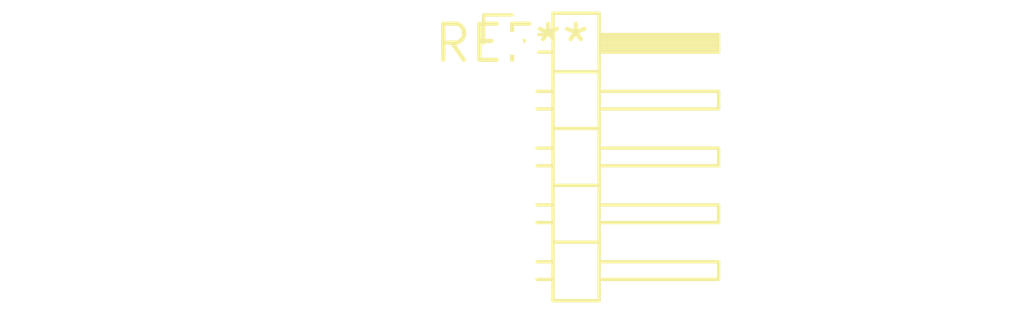
<source format=kicad_pcb>
(kicad_pcb (version 20240108) (generator pcbnew)
  (layers (0 "F.Cu" signal) (31 "B.Cu" signal) (34 "B.Paste" user) (35 "F.Paste" user) (36 "B.SilkS" user "B.Silkscreen") (37 "F.SilkS" user "F.Silkscreen") (38 "B.Mask" user) (39 "F.Mask" user) (44 "Edge.Cuts" user))
  (net 0 "")
  (footprint "PinHeader_1x05_P2.00mm_Horizontal" (layer "F.Cu") (at 0 0)
    (property "Reference" "REF**")
    (property "Value" "PinHeader_1x05_P2.00mm_Horizontal")
    (fp_line (start -1 -1) (end 0 -1) (layer "F.SilkS") (stroke (width 0.12)))
    (fp_line (start -1 0) (end -1 -1) (layer "F.SilkS") (stroke (width 0.12)))
    (fp_line (start 0.882114 1.69) (end 1.44 1.69) (layer "F.SilkS") (stroke (width 0.12)))
    (fp_line (start 0.882114 2.31) (end 1.44 2.31) (layer "F.SilkS") (stroke (width 0.12)))
    (fp_line (start 0.882114 3.69) (end 1.44 3.69) (layer "F.SilkS") (stroke (width 0.12)))
    (fp_line (start 0.882114 4.31) (end 1.44 4.31) (layer "F.SilkS") (stroke (width 0.12)))
    (fp_line (start 0.882114 5.69) (end 1.44 5.69) (layer "F.SilkS") (stroke (width 0.12)))
    (fp_line (start 0.882114 6.31) (end 1.44 6.31) (layer "F.SilkS") (stroke (width 0.12)))
    (fp_line (start 0.882114 7.69) (end 1.44 7.69) (layer "F.SilkS") (stroke (width 0.12)))
    (fp_line (start 0.882114 8.31) (end 1.44 8.31) (layer "F.SilkS") (stroke (width 0.12)))
    (fp_line (start 0.935 -0.31) (end 1.44 -0.31) (layer "F.SilkS") (stroke (width 0.12)))
    (fp_line (start 0.935 0.31) (end 1.44 0.31) (layer "F.SilkS") (stroke (width 0.12)))
    (fp_line (start 1.44 -1.06) (end 1.44 9.06) (layer "F.SilkS") (stroke (width 0.12)))
    (fp_line (start 1.44 1) (end 3.06 1) (layer "F.SilkS") (stroke (width 0.12)))
    (fp_line (start 1.44 3) (end 3.06 3) (layer "F.SilkS") (stroke (width 0.12)))
    (fp_line (start 1.44 5) (end 3.06 5) (layer "F.SilkS") (stroke (width 0.12)))
    (fp_line (start 1.44 7) (end 3.06 7) (layer "F.SilkS") (stroke (width 0.12)))
    (fp_line (start 1.44 9.06) (end 3.06 9.06) (layer "F.SilkS") (stroke (width 0.12)))
    (fp_line (start 3.06 -1.06) (end 1.44 -1.06) (layer "F.SilkS") (stroke (width 0.12)))
    (fp_line (start 3.06 -0.31) (end 7.26 -0.31) (layer "F.SilkS") (stroke (width 0.12)))
    (fp_line (start 3.06 -0.25) (end 7.26 -0.25) (layer "F.SilkS") (stroke (width 0.12)))
    (fp_line (start 3.06 -0.13) (end 7.26 -0.13) (layer "F.SilkS") (stroke (width 0.12)))
    (fp_line (start 3.06 -0.01) (end 7.26 -0.01) (layer "F.SilkS") (stroke (width 0.12)))
    (fp_line (start 3.06 0.11) (end 7.26 0.11) (layer "F.SilkS") (stroke (width 0.12)))
    (fp_line (start 3.06 0.23) (end 7.26 0.23) (layer "F.SilkS") (stroke (width 0.12)))
    (fp_line (start 3.06 1.69) (end 7.26 1.69) (layer "F.SilkS") (stroke (width 0.12)))
    (fp_line (start 3.06 3.69) (end 7.26 3.69) (layer "F.SilkS") (stroke (width 0.12)))
    (fp_line (start 3.06 5.69) (end 7.26 5.69) (layer "F.SilkS") (stroke (width 0.12)))
    (fp_line (start 3.06 7.69) (end 7.26 7.69) (layer "F.SilkS") (stroke (width 0.12)))
    (fp_line (start 3.06 9.06) (end 3.06 -1.06) (layer "F.SilkS") (stroke (width 0.12)))
    (fp_line (start 7.26 -0.31) (end 7.26 0.31) (layer "F.SilkS") (stroke (width 0.12)))
    (fp_line (start 7.26 0.31) (end 3.06 0.31) (layer "F.SilkS") (stroke (width 0.12)))
    (fp_line (start 7.26 1.69) (end 7.26 2.31) (layer "F.SilkS") (stroke (width 0.12)))
    (fp_line (start 7.26 2.31) (end 3.06 2.31) (layer "F.SilkS") (stroke (width 0.12)))
    (fp_line (start 7.26 3.69) (end 7.26 4.31) (layer "F.SilkS") (stroke (width 0.12)))
    (fp_line (start 7.26 4.31) (end 3.06 4.31) (layer "F.SilkS") (stroke (width 0.12)))
    (fp_line (start 7.26 5.69) (end 7.26 6.31) (layer "F.SilkS") (stroke (width 0.12)))
    (fp_line (start 7.26 6.31) (end 3.06 6.31) (layer "F.SilkS") (stroke (width 0.12)))
    (fp_line (start 7.26 7.69) (end 7.26 8.31) (layer "F.SilkS") (stroke (width 0.12)))
    (fp_line (start 7.26 8.31) (end 3.06 8.31) (layer "F.SilkS") (stroke (width 0.12)))
    (pad "1" thru_hole rect (at 0 0) (size 1.35 1.35) (drill 0.8) (layers *.Cu *.Mask) (remove_unused_layers))
    (pad "2" thru_hole oval (at 0 2) (size 1.35 1.35) (drill 0.8) (layers *.Cu *.Mask) (remove_unused_layers))
    (pad "3" thru_hole oval (at 0 4) (size 1.35 1.35) (drill 0.8) (layers *.Cu *.Mask) (remove_unused_layers))
    (pad "4" thru_hole oval (at 0 6) (size 1.35 1.35) (drill 0.8) (layers *.Cu *.Mask) (remove_unused_layers))
    (pad "5" thru_hole oval (at 0 8) (size 1.35 1.35) (drill 0.8) (layers *.Cu *.Mask) (remove_unused_layers))
  )
)
</source>
